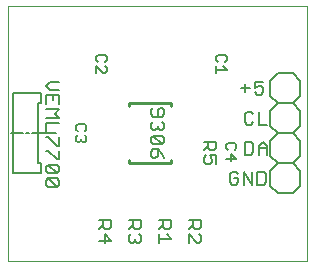
<source format=gto>
G75*
%MOIN*%
%OFA0B0*%
%FSLAX25Y25*%
%IPPOS*%
%LPD*%
%AMOC8*
5,1,8,0,0,1.08239X$1,22.5*
%
%ADD10C,0.00000*%
%ADD11C,0.00700*%
%ADD12C,0.00500*%
%ADD13C,0.00600*%
%ADD14C,0.01000*%
D10*
X0017580Y0001500D02*
X0017580Y0086461D01*
X0117530Y0086461D01*
X0117530Y0001500D01*
X0017580Y0001500D01*
D11*
X0047930Y0008144D02*
X0052233Y0008144D01*
X0050081Y0010296D01*
X0050081Y0007427D01*
X0050081Y0012031D02*
X0049364Y0012748D01*
X0049364Y0014900D01*
X0047930Y0014900D02*
X0052233Y0014900D01*
X0052233Y0012748D01*
X0051516Y0012031D01*
X0050081Y0012031D01*
X0049364Y0013465D02*
X0047930Y0012031D01*
X0057930Y0012031D02*
X0059364Y0013465D01*
X0059364Y0012748D02*
X0059364Y0014900D01*
X0057930Y0014900D02*
X0062233Y0014900D01*
X0062233Y0012748D01*
X0061516Y0012031D01*
X0060081Y0012031D01*
X0059364Y0012748D01*
X0058647Y0010296D02*
X0057930Y0009579D01*
X0057930Y0008144D01*
X0058647Y0007427D01*
X0059364Y0007427D01*
X0060081Y0008144D01*
X0060081Y0008862D01*
X0060081Y0008144D02*
X0060799Y0007427D01*
X0061516Y0007427D01*
X0062233Y0008144D01*
X0062233Y0009579D01*
X0061516Y0010296D01*
X0067930Y0010296D02*
X0067930Y0007427D01*
X0067930Y0008862D02*
X0072233Y0008862D01*
X0070799Y0010296D01*
X0071516Y0012031D02*
X0070081Y0012031D01*
X0069364Y0012748D01*
X0069364Y0014900D01*
X0067930Y0014900D02*
X0072233Y0014900D01*
X0072233Y0012748D01*
X0071516Y0012031D01*
X0069364Y0013465D02*
X0067930Y0012031D01*
X0077930Y0012031D02*
X0079364Y0013465D01*
X0079364Y0012748D02*
X0079364Y0014900D01*
X0077930Y0014900D02*
X0082233Y0014900D01*
X0082233Y0012748D01*
X0081516Y0012031D01*
X0080081Y0012031D01*
X0079364Y0012748D01*
X0077930Y0010296D02*
X0080799Y0007427D01*
X0081516Y0007427D01*
X0082233Y0008144D01*
X0082233Y0009579D01*
X0081516Y0010296D01*
X0077930Y0010296D02*
X0077930Y0007427D01*
X0092397Y0026850D02*
X0093831Y0026850D01*
X0094549Y0027567D01*
X0094549Y0029002D01*
X0093114Y0029002D01*
X0091680Y0030436D02*
X0091680Y0027567D01*
X0092397Y0026850D01*
X0096284Y0026850D02*
X0096284Y0031154D01*
X0099153Y0026850D01*
X0099153Y0031154D01*
X0100887Y0031154D02*
X0103039Y0031154D01*
X0103757Y0030436D01*
X0103757Y0027567D01*
X0103039Y0026850D01*
X0100887Y0026850D01*
X0100887Y0031154D01*
X0094549Y0030436D02*
X0093831Y0031154D01*
X0092397Y0031154D01*
X0091680Y0030436D01*
X0087233Y0033677D02*
X0087233Y0036546D01*
X0085081Y0036546D01*
X0085799Y0035112D01*
X0085799Y0034394D01*
X0085081Y0033677D01*
X0083647Y0033677D01*
X0082930Y0034394D01*
X0082930Y0035829D01*
X0083647Y0036546D01*
X0082930Y0038281D02*
X0084364Y0039715D01*
X0084364Y0038998D02*
X0084364Y0041150D01*
X0082930Y0041150D02*
X0087233Y0041150D01*
X0087233Y0038998D01*
X0086516Y0038281D01*
X0085081Y0038281D01*
X0084364Y0038998D01*
X0096680Y0036850D02*
X0098831Y0036850D01*
X0099549Y0037567D01*
X0099549Y0040436D01*
X0098831Y0041154D01*
X0096680Y0041154D01*
X0096680Y0036850D01*
X0101284Y0036850D02*
X0101284Y0039719D01*
X0102718Y0041154D01*
X0104153Y0039719D01*
X0104153Y0036850D01*
X0104153Y0039002D02*
X0101284Y0039002D01*
X0101284Y0046850D02*
X0104153Y0046850D01*
X0101284Y0046850D02*
X0101284Y0051154D01*
X0099549Y0050436D02*
X0098831Y0051154D01*
X0097397Y0051154D01*
X0096680Y0050436D01*
X0096680Y0047567D01*
X0097397Y0046850D01*
X0098831Y0046850D01*
X0099549Y0047567D01*
X0100751Y0056850D02*
X0100034Y0057567D01*
X0100751Y0056850D02*
X0102185Y0056850D01*
X0102903Y0057567D01*
X0102903Y0059002D01*
X0102185Y0059719D01*
X0101468Y0059719D01*
X0100034Y0059002D01*
X0100034Y0061154D01*
X0102903Y0061154D01*
X0098299Y0059002D02*
X0095430Y0059002D01*
X0096864Y0060436D02*
X0096864Y0057567D01*
X0069733Y0051683D02*
X0069733Y0050248D01*
X0069016Y0049531D01*
X0066147Y0049531D01*
X0065430Y0050248D01*
X0065430Y0051683D01*
X0066147Y0052400D01*
X0067581Y0051683D02*
X0067581Y0049531D01*
X0067581Y0051683D02*
X0068299Y0052400D01*
X0069016Y0052400D01*
X0069733Y0051683D01*
X0069016Y0047796D02*
X0069733Y0047079D01*
X0069733Y0045644D01*
X0069016Y0044927D01*
X0068299Y0044927D01*
X0067581Y0045644D01*
X0066864Y0044927D01*
X0066147Y0044927D01*
X0065430Y0045644D01*
X0065430Y0047079D01*
X0066147Y0047796D01*
X0067581Y0046362D02*
X0067581Y0045644D01*
X0066147Y0043192D02*
X0069016Y0040323D01*
X0066147Y0040323D01*
X0065430Y0041040D01*
X0065430Y0042475D01*
X0066147Y0043192D01*
X0069016Y0043192D01*
X0069733Y0042475D01*
X0069733Y0041040D01*
X0069016Y0040323D01*
X0067581Y0038588D02*
X0066147Y0038588D01*
X0065430Y0037871D01*
X0065430Y0036436D01*
X0066147Y0035719D01*
X0066864Y0035719D01*
X0067581Y0036436D01*
X0067581Y0038588D01*
X0069016Y0037154D01*
X0069733Y0035719D01*
X0034733Y0035261D02*
X0034016Y0035261D01*
X0031147Y0038130D01*
X0030430Y0038130D01*
X0034016Y0039865D02*
X0031147Y0042734D01*
X0030430Y0042734D01*
X0030430Y0044469D02*
X0030430Y0047338D01*
X0034733Y0047338D01*
X0034733Y0049073D02*
X0030430Y0049073D01*
X0033299Y0050508D02*
X0034733Y0049073D01*
X0033299Y0050508D02*
X0034733Y0051942D01*
X0030430Y0051942D01*
X0030430Y0053677D02*
X0030430Y0056546D01*
X0034733Y0056546D01*
X0034733Y0053677D01*
X0032581Y0055112D02*
X0032581Y0056546D01*
X0031864Y0058281D02*
X0034733Y0058281D01*
X0031864Y0058281D02*
X0030430Y0059715D01*
X0031864Y0061150D01*
X0034733Y0061150D01*
X0034733Y0042734D02*
X0034733Y0039865D01*
X0034016Y0039865D01*
X0034733Y0038130D02*
X0034733Y0035261D01*
X0034016Y0033526D02*
X0034733Y0032809D01*
X0034733Y0031375D01*
X0034016Y0030657D01*
X0031147Y0033526D01*
X0030430Y0032809D01*
X0030430Y0031375D01*
X0031147Y0030657D01*
X0034016Y0030657D01*
X0034016Y0028923D02*
X0031147Y0028923D01*
X0034016Y0026053D01*
X0031147Y0026053D01*
X0030430Y0026771D01*
X0030430Y0028205D01*
X0031147Y0028923D01*
X0034016Y0028923D02*
X0034733Y0028205D01*
X0034733Y0026771D01*
X0034016Y0026053D01*
X0034016Y0033526D02*
X0031147Y0033526D01*
D12*
X0028761Y0034000D02*
X0028761Y0030614D01*
X0019509Y0030614D01*
X0019509Y0057386D01*
X0028761Y0057386D01*
X0028761Y0054000D01*
X0027580Y0054000D01*
X0027580Y0034000D01*
X0028761Y0034000D01*
X0040389Y0041465D02*
X0040389Y0042633D01*
X0040972Y0043216D01*
X0040972Y0044564D02*
X0040389Y0045148D01*
X0040389Y0046316D01*
X0040972Y0046900D01*
X0043308Y0046900D01*
X0043892Y0046316D01*
X0043892Y0045148D01*
X0043308Y0044564D01*
X0043308Y0043216D02*
X0043892Y0042633D01*
X0043892Y0041465D01*
X0043308Y0040881D01*
X0042724Y0040881D01*
X0042140Y0041465D01*
X0041556Y0040881D01*
X0040972Y0040881D01*
X0040389Y0041465D01*
X0042140Y0041465D02*
X0042140Y0042049D01*
X0033879Y0044000D02*
X0025611Y0044000D01*
X0024627Y0044000D02*
X0023643Y0044000D01*
X0022658Y0044000D02*
X0018721Y0044000D01*
X0047160Y0064031D02*
X0047160Y0066366D01*
X0049496Y0064031D01*
X0050079Y0064031D01*
X0050663Y0064615D01*
X0050663Y0065782D01*
X0050079Y0066366D01*
X0050079Y0067714D02*
X0050663Y0068298D01*
X0050663Y0069465D01*
X0050079Y0070049D01*
X0047744Y0070049D01*
X0047160Y0069465D01*
X0047160Y0068298D01*
X0047744Y0067714D01*
X0087160Y0068298D02*
X0087744Y0067714D01*
X0087160Y0068298D02*
X0087160Y0069465D01*
X0087744Y0070049D01*
X0090079Y0070049D01*
X0090663Y0069465D01*
X0090663Y0068298D01*
X0090079Y0067714D01*
X0089496Y0066366D02*
X0090663Y0065198D01*
X0087160Y0065198D01*
X0087160Y0064031D02*
X0087160Y0066366D01*
X0090972Y0040650D02*
X0090389Y0040066D01*
X0090389Y0038898D01*
X0090972Y0038314D01*
X0092140Y0036966D02*
X0092140Y0034631D01*
X0090389Y0035215D02*
X0093892Y0035215D01*
X0092140Y0036966D01*
X0093308Y0038314D02*
X0093892Y0038898D01*
X0093892Y0040066D01*
X0093308Y0040650D01*
X0090972Y0040650D01*
D13*
X0105080Y0041500D02*
X0105080Y0036500D01*
X0107580Y0034000D01*
X0105080Y0031500D01*
X0105080Y0026500D01*
X0107580Y0024000D01*
X0112580Y0024000D01*
X0115080Y0026500D01*
X0115080Y0031500D01*
X0112580Y0034000D01*
X0107580Y0034000D01*
X0112580Y0034000D02*
X0115080Y0036500D01*
X0115080Y0041500D01*
X0112580Y0044000D01*
X0107580Y0044000D01*
X0105080Y0046500D01*
X0105080Y0051500D01*
X0107580Y0054000D01*
X0105080Y0056500D01*
X0105080Y0061500D01*
X0107580Y0064000D01*
X0112580Y0064000D01*
X0115080Y0061500D01*
X0115080Y0056500D01*
X0112580Y0054000D01*
X0115080Y0051500D01*
X0115080Y0046500D01*
X0112580Y0044000D01*
X0107580Y0044000D02*
X0105080Y0041500D01*
X0107580Y0054000D02*
X0112580Y0054000D01*
D14*
X0072080Y0054000D02*
X0072080Y0053000D01*
X0072080Y0054000D02*
X0058080Y0054000D01*
X0058080Y0053000D01*
X0058080Y0035000D02*
X0058080Y0034000D01*
X0072080Y0034000D01*
X0072080Y0035000D01*
M02*

</source>
